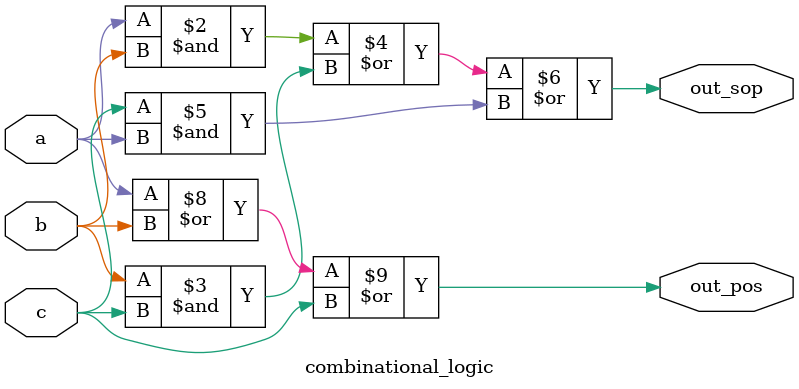
<source format=sv>
module combinational_logic (
    input logic a,
    input logic b,
    input logic c,
    output logic out_sop,
    output logic out_pos
);

    // Combinational logic for out_sop
    always @(*) begin
        out_sop = (a & b) | (b & c) | (c & a); // Example SOP logic
    end

    // Combinational logic for out_pos
    always @(*) begin
        out_pos = a | b | c; // Example POS logic
    end

endmodule
</source>
